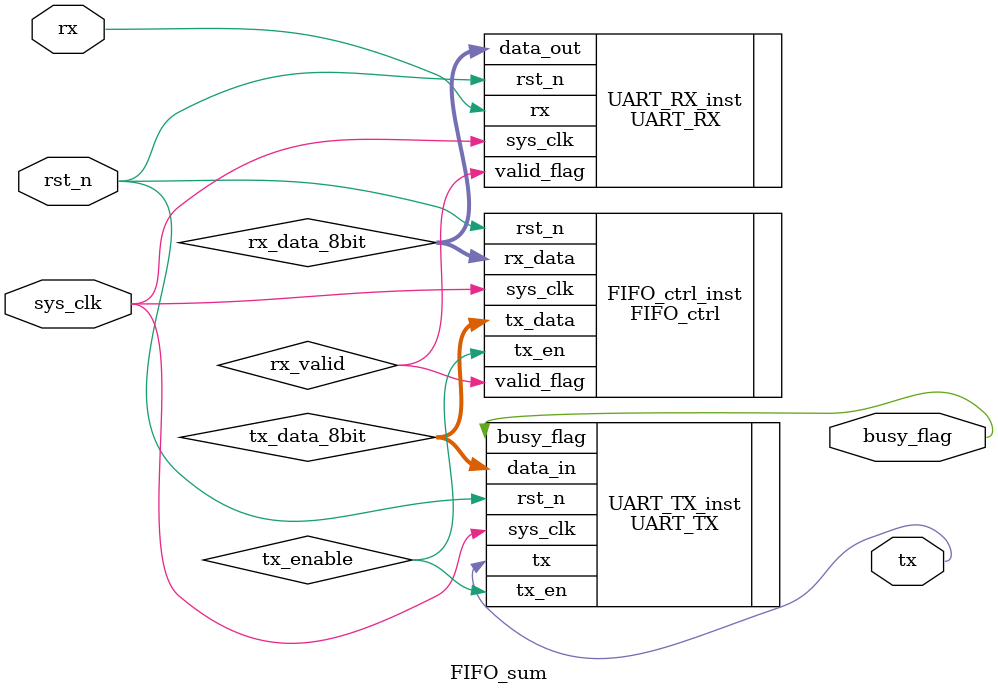
<source format=v>
module FIFO_sum 
(
    input  wire sys_clk, 
    input  wire rst_n,     //异步复位 
    input  wire rx,        //串行数据接收端
    output wire busy_flag,        
    output wire tx         //串行数据输出端           
);  

    wire[7:0] rx_data_8bit;
    wire[7:0] tx_data_8bit;
    wire      rx_valid;
    wire      tx_enable;
    
    UART_TX     UART_TX_inst(
                    .sys_clk    (sys_clk        ),
                    .rst_n      (rst_n          ),
                    .data_in    (tx_data_8bit   ),
                    .tx_en      (tx_enable      ),
                    .busy_flag  (busy_flag      ),
                    .tx         (tx             ) 
                );                              
                                        
    UART_RX     UART_RX_inst(                        
                    .sys_clk    (sys_clk        ),
                    .rst_n      (rst_n          ),
                    .rx         (rx             ),
                    .valid_flag (rx_valid       ),
                    .data_out   (rx_data_8bit   )        
                );  
            
    FIFO_ctrl   FIFO_ctrl_inst(                        
                  .sys_clk    (sys_clk        ),
                  .rst_n      (rst_n          ),
                  .rx_data    (rx_data_8bit   ),
                  .valid_flag (rx_valid       ),
                  .tx_data    (tx_data_8bit   ),
                  .tx_en      (tx_enable      )
                );         
endmodule



</source>
